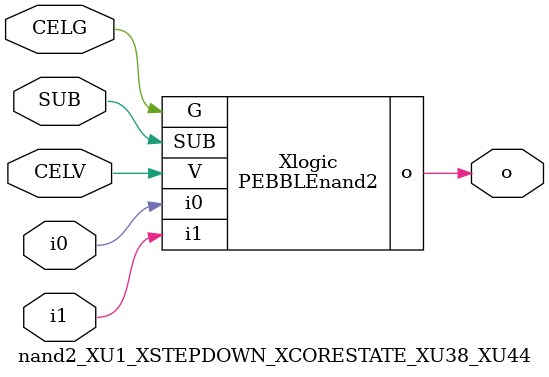
<source format=v>



module PEBBLEnand2 ( o, G, SUB, V, i0, i1 );

  input i0;
  input V;
  input i1;
  input G;
  output o;
  input SUB;
endmodule

//Celera Confidential Do Not Copy nand2_XU1_XSTEPDOWN_XCORESTATE_XU38_XU44
//Celera Confidential Symbol Generator
//5V NAND2
module nand2_XU1_XSTEPDOWN_XCORESTATE_XU38_XU44 (CELV,CELG,i0,i1,o,SUB);
input CELV;
input CELG;
input i0;
input i1;
input SUB;
output o;

//Celera Confidential Do Not Copy nand2
PEBBLEnand2 Xlogic(
.V (CELV),
.i0 (i0),
.i1 (i1),
.o (o),
.SUB (SUB),
.G (CELG)
);
//,diesize,PEBBLEnand2

//Celera Confidential Do Not Copy Module End
//Celera Schematic Generator
endmodule

</source>
